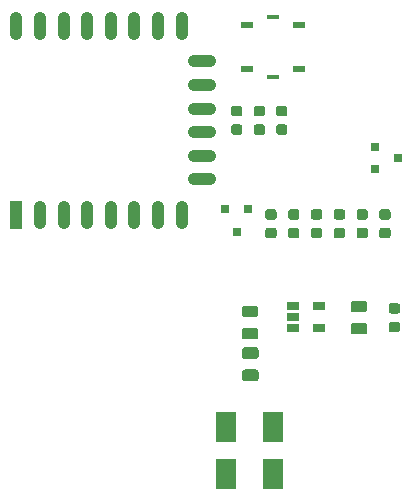
<source format=gtp>
G04 #@! TF.GenerationSoftware,KiCad,Pcbnew,(5.1.5-0-10_14)*
G04 #@! TF.CreationDate,2020-07-13T17:17:06+01:00*
G04 #@! TF.ProjectId,onyx_robot,6f6e7978-5f72-46f6-926f-742e6b696361,rev?*
G04 #@! TF.SameCoordinates,Original*
G04 #@! TF.FileFunction,Paste,Top*
G04 #@! TF.FilePolarity,Positive*
%FSLAX46Y46*%
G04 Gerber Fmt 4.6, Leading zero omitted, Abs format (unit mm)*
G04 Created by KiCad (PCBNEW (5.1.5-0-10_14)) date 2020-07-13 17:17:06*
%MOMM*%
%LPD*%
G04 APERTURE LIST*
%ADD10O,2.400000X1.100000*%
%ADD11R,1.100000X2.400000*%
%ADD12O,1.100000X2.400000*%
%ADD13C,0.100000*%
%ADD14R,1.060000X0.650000*%
%ADD15R,1.800000X2.500000*%
%ADD16R,1.000000X0.600000*%
%ADD17R,1.000000X0.450000*%
%ADD18R,0.800100X0.800100*%
G04 APERTURE END LIST*
D10*
X69725000Y-55303000D03*
X69725000Y-53303000D03*
X69725000Y-51303000D03*
X69725000Y-49303000D03*
X69725000Y-47303000D03*
X69725000Y-45303000D03*
D11*
X53975000Y-58293000D03*
D12*
X55975000Y-58293000D03*
X57975000Y-58293000D03*
X59975000Y-58293000D03*
X61975000Y-58293000D03*
X63975000Y-58293000D03*
X65975000Y-58293000D03*
X67975000Y-58293000D03*
X67975000Y-42293000D03*
X65975000Y-42293000D03*
X63975000Y-42293000D03*
X61975000Y-42293000D03*
X59975000Y-42293000D03*
X57975000Y-42293000D03*
X55975000Y-42293000D03*
X53975000Y-42293000D03*
D13*
G36*
X74241742Y-67865074D02*
G01*
X74265403Y-67868584D01*
X74288607Y-67874396D01*
X74311129Y-67882454D01*
X74332753Y-67892682D01*
X74353270Y-67904979D01*
X74372483Y-67919229D01*
X74390207Y-67935293D01*
X74406271Y-67953017D01*
X74420521Y-67972230D01*
X74432818Y-67992747D01*
X74443046Y-68014371D01*
X74451104Y-68036893D01*
X74456916Y-68060097D01*
X74460426Y-68083758D01*
X74461600Y-68107650D01*
X74461600Y-68595150D01*
X74460426Y-68619042D01*
X74456916Y-68642703D01*
X74451104Y-68665907D01*
X74443046Y-68688429D01*
X74432818Y-68710053D01*
X74420521Y-68730570D01*
X74406271Y-68749783D01*
X74390207Y-68767507D01*
X74372483Y-68783571D01*
X74353270Y-68797821D01*
X74332753Y-68810118D01*
X74311129Y-68820346D01*
X74288607Y-68828404D01*
X74265403Y-68834216D01*
X74241742Y-68837726D01*
X74217850Y-68838900D01*
X73305350Y-68838900D01*
X73281458Y-68837726D01*
X73257797Y-68834216D01*
X73234593Y-68828404D01*
X73212071Y-68820346D01*
X73190447Y-68810118D01*
X73169930Y-68797821D01*
X73150717Y-68783571D01*
X73132993Y-68767507D01*
X73116929Y-68749783D01*
X73102679Y-68730570D01*
X73090382Y-68710053D01*
X73080154Y-68688429D01*
X73072096Y-68665907D01*
X73066284Y-68642703D01*
X73062774Y-68619042D01*
X73061600Y-68595150D01*
X73061600Y-68107650D01*
X73062774Y-68083758D01*
X73066284Y-68060097D01*
X73072096Y-68036893D01*
X73080154Y-68014371D01*
X73090382Y-67992747D01*
X73102679Y-67972230D01*
X73116929Y-67953017D01*
X73132993Y-67935293D01*
X73150717Y-67919229D01*
X73169930Y-67904979D01*
X73190447Y-67892682D01*
X73212071Y-67882454D01*
X73234593Y-67874396D01*
X73257797Y-67868584D01*
X73281458Y-67865074D01*
X73305350Y-67863900D01*
X74217850Y-67863900D01*
X74241742Y-67865074D01*
G37*
G36*
X74241742Y-65990074D02*
G01*
X74265403Y-65993584D01*
X74288607Y-65999396D01*
X74311129Y-66007454D01*
X74332753Y-66017682D01*
X74353270Y-66029979D01*
X74372483Y-66044229D01*
X74390207Y-66060293D01*
X74406271Y-66078017D01*
X74420521Y-66097230D01*
X74432818Y-66117747D01*
X74443046Y-66139371D01*
X74451104Y-66161893D01*
X74456916Y-66185097D01*
X74460426Y-66208758D01*
X74461600Y-66232650D01*
X74461600Y-66720150D01*
X74460426Y-66744042D01*
X74456916Y-66767703D01*
X74451104Y-66790907D01*
X74443046Y-66813429D01*
X74432818Y-66835053D01*
X74420521Y-66855570D01*
X74406271Y-66874783D01*
X74390207Y-66892507D01*
X74372483Y-66908571D01*
X74353270Y-66922821D01*
X74332753Y-66935118D01*
X74311129Y-66945346D01*
X74288607Y-66953404D01*
X74265403Y-66959216D01*
X74241742Y-66962726D01*
X74217850Y-66963900D01*
X73305350Y-66963900D01*
X73281458Y-66962726D01*
X73257797Y-66959216D01*
X73234593Y-66953404D01*
X73212071Y-66945346D01*
X73190447Y-66935118D01*
X73169930Y-66922821D01*
X73150717Y-66908571D01*
X73132993Y-66892507D01*
X73116929Y-66874783D01*
X73102679Y-66855570D01*
X73090382Y-66835053D01*
X73080154Y-66813429D01*
X73072096Y-66790907D01*
X73066284Y-66767703D01*
X73062774Y-66744042D01*
X73061600Y-66720150D01*
X73061600Y-66232650D01*
X73062774Y-66208758D01*
X73066284Y-66185097D01*
X73072096Y-66161893D01*
X73080154Y-66139371D01*
X73090382Y-66117747D01*
X73102679Y-66097230D01*
X73116929Y-66078017D01*
X73132993Y-66060293D01*
X73150717Y-66044229D01*
X73169930Y-66029979D01*
X73190447Y-66017682D01*
X73212071Y-66007454D01*
X73234593Y-65999396D01*
X73257797Y-65993584D01*
X73281458Y-65990074D01*
X73305350Y-65988900D01*
X74217850Y-65988900D01*
X74241742Y-65990074D01*
G37*
G36*
X74267142Y-69516074D02*
G01*
X74290803Y-69519584D01*
X74314007Y-69525396D01*
X74336529Y-69533454D01*
X74358153Y-69543682D01*
X74378670Y-69555979D01*
X74397883Y-69570229D01*
X74415607Y-69586293D01*
X74431671Y-69604017D01*
X74445921Y-69623230D01*
X74458218Y-69643747D01*
X74468446Y-69665371D01*
X74476504Y-69687893D01*
X74482316Y-69711097D01*
X74485826Y-69734758D01*
X74487000Y-69758650D01*
X74487000Y-70246150D01*
X74485826Y-70270042D01*
X74482316Y-70293703D01*
X74476504Y-70316907D01*
X74468446Y-70339429D01*
X74458218Y-70361053D01*
X74445921Y-70381570D01*
X74431671Y-70400783D01*
X74415607Y-70418507D01*
X74397883Y-70434571D01*
X74378670Y-70448821D01*
X74358153Y-70461118D01*
X74336529Y-70471346D01*
X74314007Y-70479404D01*
X74290803Y-70485216D01*
X74267142Y-70488726D01*
X74243250Y-70489900D01*
X73330750Y-70489900D01*
X73306858Y-70488726D01*
X73283197Y-70485216D01*
X73259993Y-70479404D01*
X73237471Y-70471346D01*
X73215847Y-70461118D01*
X73195330Y-70448821D01*
X73176117Y-70434571D01*
X73158393Y-70418507D01*
X73142329Y-70400783D01*
X73128079Y-70381570D01*
X73115782Y-70361053D01*
X73105554Y-70339429D01*
X73097496Y-70316907D01*
X73091684Y-70293703D01*
X73088174Y-70270042D01*
X73087000Y-70246150D01*
X73087000Y-69758650D01*
X73088174Y-69734758D01*
X73091684Y-69711097D01*
X73097496Y-69687893D01*
X73105554Y-69665371D01*
X73115782Y-69643747D01*
X73128079Y-69623230D01*
X73142329Y-69604017D01*
X73158393Y-69586293D01*
X73176117Y-69570229D01*
X73195330Y-69555979D01*
X73215847Y-69543682D01*
X73237471Y-69533454D01*
X73259993Y-69525396D01*
X73283197Y-69519584D01*
X73306858Y-69516074D01*
X73330750Y-69514900D01*
X74243250Y-69514900D01*
X74267142Y-69516074D01*
G37*
G36*
X74267142Y-71391074D02*
G01*
X74290803Y-71394584D01*
X74314007Y-71400396D01*
X74336529Y-71408454D01*
X74358153Y-71418682D01*
X74378670Y-71430979D01*
X74397883Y-71445229D01*
X74415607Y-71461293D01*
X74431671Y-71479017D01*
X74445921Y-71498230D01*
X74458218Y-71518747D01*
X74468446Y-71540371D01*
X74476504Y-71562893D01*
X74482316Y-71586097D01*
X74485826Y-71609758D01*
X74487000Y-71633650D01*
X74487000Y-72121150D01*
X74485826Y-72145042D01*
X74482316Y-72168703D01*
X74476504Y-72191907D01*
X74468446Y-72214429D01*
X74458218Y-72236053D01*
X74445921Y-72256570D01*
X74431671Y-72275783D01*
X74415607Y-72293507D01*
X74397883Y-72309571D01*
X74378670Y-72323821D01*
X74358153Y-72336118D01*
X74336529Y-72346346D01*
X74314007Y-72354404D01*
X74290803Y-72360216D01*
X74267142Y-72363726D01*
X74243250Y-72364900D01*
X73330750Y-72364900D01*
X73306858Y-72363726D01*
X73283197Y-72360216D01*
X73259993Y-72354404D01*
X73237471Y-72346346D01*
X73215847Y-72336118D01*
X73195330Y-72323821D01*
X73176117Y-72309571D01*
X73158393Y-72293507D01*
X73142329Y-72275783D01*
X73128079Y-72256570D01*
X73115782Y-72236053D01*
X73105554Y-72214429D01*
X73097496Y-72191907D01*
X73091684Y-72168703D01*
X73088174Y-72145042D01*
X73087000Y-72121150D01*
X73087000Y-71633650D01*
X73088174Y-71609758D01*
X73091684Y-71586097D01*
X73097496Y-71562893D01*
X73105554Y-71540371D01*
X73115782Y-71518747D01*
X73128079Y-71498230D01*
X73142329Y-71479017D01*
X73158393Y-71461293D01*
X73176117Y-71445229D01*
X73195330Y-71430979D01*
X73215847Y-71418682D01*
X73237471Y-71408454D01*
X73259993Y-71400396D01*
X73283197Y-71394584D01*
X73306858Y-71391074D01*
X73330750Y-71389900D01*
X74243250Y-71389900D01*
X74267142Y-71391074D01*
G37*
D14*
X79610000Y-66020000D03*
X79610000Y-67920000D03*
X77410000Y-67920000D03*
X77410000Y-66970000D03*
X77410000Y-66020000D03*
D13*
G36*
X83530891Y-57826853D02*
G01*
X83552126Y-57830003D01*
X83572950Y-57835219D01*
X83593162Y-57842451D01*
X83612568Y-57851630D01*
X83630981Y-57862666D01*
X83648224Y-57875454D01*
X83664130Y-57889870D01*
X83678546Y-57905776D01*
X83691334Y-57923019D01*
X83702370Y-57941432D01*
X83711549Y-57960838D01*
X83718781Y-57981050D01*
X83723997Y-58001874D01*
X83727147Y-58023109D01*
X83728200Y-58044550D01*
X83728200Y-58482050D01*
X83727147Y-58503491D01*
X83723997Y-58524726D01*
X83718781Y-58545550D01*
X83711549Y-58565762D01*
X83702370Y-58585168D01*
X83691334Y-58603581D01*
X83678546Y-58620824D01*
X83664130Y-58636730D01*
X83648224Y-58651146D01*
X83630981Y-58663934D01*
X83612568Y-58674970D01*
X83593162Y-58684149D01*
X83572950Y-58691381D01*
X83552126Y-58696597D01*
X83530891Y-58699747D01*
X83509450Y-58700800D01*
X82996950Y-58700800D01*
X82975509Y-58699747D01*
X82954274Y-58696597D01*
X82933450Y-58691381D01*
X82913238Y-58684149D01*
X82893832Y-58674970D01*
X82875419Y-58663934D01*
X82858176Y-58651146D01*
X82842270Y-58636730D01*
X82827854Y-58620824D01*
X82815066Y-58603581D01*
X82804030Y-58585168D01*
X82794851Y-58565762D01*
X82787619Y-58545550D01*
X82782403Y-58524726D01*
X82779253Y-58503491D01*
X82778200Y-58482050D01*
X82778200Y-58044550D01*
X82779253Y-58023109D01*
X82782403Y-58001874D01*
X82787619Y-57981050D01*
X82794851Y-57960838D01*
X82804030Y-57941432D01*
X82815066Y-57923019D01*
X82827854Y-57905776D01*
X82842270Y-57889870D01*
X82858176Y-57875454D01*
X82875419Y-57862666D01*
X82893832Y-57851630D01*
X82913238Y-57842451D01*
X82933450Y-57835219D01*
X82954274Y-57830003D01*
X82975509Y-57826853D01*
X82996950Y-57825800D01*
X83509450Y-57825800D01*
X83530891Y-57826853D01*
G37*
G36*
X83530891Y-59401853D02*
G01*
X83552126Y-59405003D01*
X83572950Y-59410219D01*
X83593162Y-59417451D01*
X83612568Y-59426630D01*
X83630981Y-59437666D01*
X83648224Y-59450454D01*
X83664130Y-59464870D01*
X83678546Y-59480776D01*
X83691334Y-59498019D01*
X83702370Y-59516432D01*
X83711549Y-59535838D01*
X83718781Y-59556050D01*
X83723997Y-59576874D01*
X83727147Y-59598109D01*
X83728200Y-59619550D01*
X83728200Y-60057050D01*
X83727147Y-60078491D01*
X83723997Y-60099726D01*
X83718781Y-60120550D01*
X83711549Y-60140762D01*
X83702370Y-60160168D01*
X83691334Y-60178581D01*
X83678546Y-60195824D01*
X83664130Y-60211730D01*
X83648224Y-60226146D01*
X83630981Y-60238934D01*
X83612568Y-60249970D01*
X83593162Y-60259149D01*
X83572950Y-60266381D01*
X83552126Y-60271597D01*
X83530891Y-60274747D01*
X83509450Y-60275800D01*
X82996950Y-60275800D01*
X82975509Y-60274747D01*
X82954274Y-60271597D01*
X82933450Y-60266381D01*
X82913238Y-60259149D01*
X82893832Y-60249970D01*
X82875419Y-60238934D01*
X82858176Y-60226146D01*
X82842270Y-60211730D01*
X82827854Y-60195824D01*
X82815066Y-60178581D01*
X82804030Y-60160168D01*
X82794851Y-60140762D01*
X82787619Y-60120550D01*
X82782403Y-60099726D01*
X82779253Y-60078491D01*
X82778200Y-60057050D01*
X82778200Y-59619550D01*
X82779253Y-59598109D01*
X82782403Y-59576874D01*
X82787619Y-59556050D01*
X82794851Y-59535838D01*
X82804030Y-59516432D01*
X82815066Y-59498019D01*
X82827854Y-59480776D01*
X82842270Y-59464870D01*
X82858176Y-59450454D01*
X82875419Y-59437666D01*
X82893832Y-59426630D01*
X82913238Y-59417451D01*
X82933450Y-59410219D01*
X82954274Y-59405003D01*
X82975509Y-59401853D01*
X82996950Y-59400800D01*
X83509450Y-59400800D01*
X83530891Y-59401853D01*
G37*
G36*
X85461291Y-57826853D02*
G01*
X85482526Y-57830003D01*
X85503350Y-57835219D01*
X85523562Y-57842451D01*
X85542968Y-57851630D01*
X85561381Y-57862666D01*
X85578624Y-57875454D01*
X85594530Y-57889870D01*
X85608946Y-57905776D01*
X85621734Y-57923019D01*
X85632770Y-57941432D01*
X85641949Y-57960838D01*
X85649181Y-57981050D01*
X85654397Y-58001874D01*
X85657547Y-58023109D01*
X85658600Y-58044550D01*
X85658600Y-58482050D01*
X85657547Y-58503491D01*
X85654397Y-58524726D01*
X85649181Y-58545550D01*
X85641949Y-58565762D01*
X85632770Y-58585168D01*
X85621734Y-58603581D01*
X85608946Y-58620824D01*
X85594530Y-58636730D01*
X85578624Y-58651146D01*
X85561381Y-58663934D01*
X85542968Y-58674970D01*
X85523562Y-58684149D01*
X85503350Y-58691381D01*
X85482526Y-58696597D01*
X85461291Y-58699747D01*
X85439850Y-58700800D01*
X84927350Y-58700800D01*
X84905909Y-58699747D01*
X84884674Y-58696597D01*
X84863850Y-58691381D01*
X84843638Y-58684149D01*
X84824232Y-58674970D01*
X84805819Y-58663934D01*
X84788576Y-58651146D01*
X84772670Y-58636730D01*
X84758254Y-58620824D01*
X84745466Y-58603581D01*
X84734430Y-58585168D01*
X84725251Y-58565762D01*
X84718019Y-58545550D01*
X84712803Y-58524726D01*
X84709653Y-58503491D01*
X84708600Y-58482050D01*
X84708600Y-58044550D01*
X84709653Y-58023109D01*
X84712803Y-58001874D01*
X84718019Y-57981050D01*
X84725251Y-57960838D01*
X84734430Y-57941432D01*
X84745466Y-57923019D01*
X84758254Y-57905776D01*
X84772670Y-57889870D01*
X84788576Y-57875454D01*
X84805819Y-57862666D01*
X84824232Y-57851630D01*
X84843638Y-57842451D01*
X84863850Y-57835219D01*
X84884674Y-57830003D01*
X84905909Y-57826853D01*
X84927350Y-57825800D01*
X85439850Y-57825800D01*
X85461291Y-57826853D01*
G37*
G36*
X85461291Y-59401853D02*
G01*
X85482526Y-59405003D01*
X85503350Y-59410219D01*
X85523562Y-59417451D01*
X85542968Y-59426630D01*
X85561381Y-59437666D01*
X85578624Y-59450454D01*
X85594530Y-59464870D01*
X85608946Y-59480776D01*
X85621734Y-59498019D01*
X85632770Y-59516432D01*
X85641949Y-59535838D01*
X85649181Y-59556050D01*
X85654397Y-59576874D01*
X85657547Y-59598109D01*
X85658600Y-59619550D01*
X85658600Y-60057050D01*
X85657547Y-60078491D01*
X85654397Y-60099726D01*
X85649181Y-60120550D01*
X85641949Y-60140762D01*
X85632770Y-60160168D01*
X85621734Y-60178581D01*
X85608946Y-60195824D01*
X85594530Y-60211730D01*
X85578624Y-60226146D01*
X85561381Y-60238934D01*
X85542968Y-60249970D01*
X85523562Y-60259149D01*
X85503350Y-60266381D01*
X85482526Y-60271597D01*
X85461291Y-60274747D01*
X85439850Y-60275800D01*
X84927350Y-60275800D01*
X84905909Y-60274747D01*
X84884674Y-60271597D01*
X84863850Y-60266381D01*
X84843638Y-60259149D01*
X84824232Y-60249970D01*
X84805819Y-60238934D01*
X84788576Y-60226146D01*
X84772670Y-60211730D01*
X84758254Y-60195824D01*
X84745466Y-60178581D01*
X84734430Y-60160168D01*
X84725251Y-60140762D01*
X84718019Y-60120550D01*
X84712803Y-60099726D01*
X84709653Y-60078491D01*
X84708600Y-60057050D01*
X84708600Y-59619550D01*
X84709653Y-59598109D01*
X84712803Y-59576874D01*
X84718019Y-59556050D01*
X84725251Y-59535838D01*
X84734430Y-59516432D01*
X84745466Y-59498019D01*
X84758254Y-59480776D01*
X84772670Y-59464870D01*
X84788576Y-59450454D01*
X84805819Y-59437666D01*
X84824232Y-59426630D01*
X84843638Y-59417451D01*
X84863850Y-59410219D01*
X84884674Y-59405003D01*
X84905909Y-59401853D01*
X84927350Y-59400800D01*
X85439850Y-59400800D01*
X85461291Y-59401853D01*
G37*
G36*
X74826691Y-49068053D02*
G01*
X74847926Y-49071203D01*
X74868750Y-49076419D01*
X74888962Y-49083651D01*
X74908368Y-49092830D01*
X74926781Y-49103866D01*
X74944024Y-49116654D01*
X74959930Y-49131070D01*
X74974346Y-49146976D01*
X74987134Y-49164219D01*
X74998170Y-49182632D01*
X75007349Y-49202038D01*
X75014581Y-49222250D01*
X75019797Y-49243074D01*
X75022947Y-49264309D01*
X75024000Y-49285750D01*
X75024000Y-49723250D01*
X75022947Y-49744691D01*
X75019797Y-49765926D01*
X75014581Y-49786750D01*
X75007349Y-49806962D01*
X74998170Y-49826368D01*
X74987134Y-49844781D01*
X74974346Y-49862024D01*
X74959930Y-49877930D01*
X74944024Y-49892346D01*
X74926781Y-49905134D01*
X74908368Y-49916170D01*
X74888962Y-49925349D01*
X74868750Y-49932581D01*
X74847926Y-49937797D01*
X74826691Y-49940947D01*
X74805250Y-49942000D01*
X74292750Y-49942000D01*
X74271309Y-49940947D01*
X74250074Y-49937797D01*
X74229250Y-49932581D01*
X74209038Y-49925349D01*
X74189632Y-49916170D01*
X74171219Y-49905134D01*
X74153976Y-49892346D01*
X74138070Y-49877930D01*
X74123654Y-49862024D01*
X74110866Y-49844781D01*
X74099830Y-49826368D01*
X74090651Y-49806962D01*
X74083419Y-49786750D01*
X74078203Y-49765926D01*
X74075053Y-49744691D01*
X74074000Y-49723250D01*
X74074000Y-49285750D01*
X74075053Y-49264309D01*
X74078203Y-49243074D01*
X74083419Y-49222250D01*
X74090651Y-49202038D01*
X74099830Y-49182632D01*
X74110866Y-49164219D01*
X74123654Y-49146976D01*
X74138070Y-49131070D01*
X74153976Y-49116654D01*
X74171219Y-49103866D01*
X74189632Y-49092830D01*
X74209038Y-49083651D01*
X74229250Y-49076419D01*
X74250074Y-49071203D01*
X74271309Y-49068053D01*
X74292750Y-49067000D01*
X74805250Y-49067000D01*
X74826691Y-49068053D01*
G37*
G36*
X74826691Y-50643053D02*
G01*
X74847926Y-50646203D01*
X74868750Y-50651419D01*
X74888962Y-50658651D01*
X74908368Y-50667830D01*
X74926781Y-50678866D01*
X74944024Y-50691654D01*
X74959930Y-50706070D01*
X74974346Y-50721976D01*
X74987134Y-50739219D01*
X74998170Y-50757632D01*
X75007349Y-50777038D01*
X75014581Y-50797250D01*
X75019797Y-50818074D01*
X75022947Y-50839309D01*
X75024000Y-50860750D01*
X75024000Y-51298250D01*
X75022947Y-51319691D01*
X75019797Y-51340926D01*
X75014581Y-51361750D01*
X75007349Y-51381962D01*
X74998170Y-51401368D01*
X74987134Y-51419781D01*
X74974346Y-51437024D01*
X74959930Y-51452930D01*
X74944024Y-51467346D01*
X74926781Y-51480134D01*
X74908368Y-51491170D01*
X74888962Y-51500349D01*
X74868750Y-51507581D01*
X74847926Y-51512797D01*
X74826691Y-51515947D01*
X74805250Y-51517000D01*
X74292750Y-51517000D01*
X74271309Y-51515947D01*
X74250074Y-51512797D01*
X74229250Y-51507581D01*
X74209038Y-51500349D01*
X74189632Y-51491170D01*
X74171219Y-51480134D01*
X74153976Y-51467346D01*
X74138070Y-51452930D01*
X74123654Y-51437024D01*
X74110866Y-51419781D01*
X74099830Y-51401368D01*
X74090651Y-51381962D01*
X74083419Y-51361750D01*
X74078203Y-51340926D01*
X74075053Y-51319691D01*
X74074000Y-51298250D01*
X74074000Y-50860750D01*
X74075053Y-50839309D01*
X74078203Y-50818074D01*
X74083419Y-50797250D01*
X74090651Y-50777038D01*
X74099830Y-50757632D01*
X74110866Y-50739219D01*
X74123654Y-50721976D01*
X74138070Y-50706070D01*
X74153976Y-50691654D01*
X74171219Y-50678866D01*
X74189632Y-50667830D01*
X74209038Y-50658651D01*
X74229250Y-50651419D01*
X74250074Y-50646203D01*
X74271309Y-50643053D01*
X74292750Y-50642000D01*
X74805250Y-50642000D01*
X74826691Y-50643053D01*
G37*
G36*
X75809291Y-59401853D02*
G01*
X75830526Y-59405003D01*
X75851350Y-59410219D01*
X75871562Y-59417451D01*
X75890968Y-59426630D01*
X75909381Y-59437666D01*
X75926624Y-59450454D01*
X75942530Y-59464870D01*
X75956946Y-59480776D01*
X75969734Y-59498019D01*
X75980770Y-59516432D01*
X75989949Y-59535838D01*
X75997181Y-59556050D01*
X76002397Y-59576874D01*
X76005547Y-59598109D01*
X76006600Y-59619550D01*
X76006600Y-60057050D01*
X76005547Y-60078491D01*
X76002397Y-60099726D01*
X75997181Y-60120550D01*
X75989949Y-60140762D01*
X75980770Y-60160168D01*
X75969734Y-60178581D01*
X75956946Y-60195824D01*
X75942530Y-60211730D01*
X75926624Y-60226146D01*
X75909381Y-60238934D01*
X75890968Y-60249970D01*
X75871562Y-60259149D01*
X75851350Y-60266381D01*
X75830526Y-60271597D01*
X75809291Y-60274747D01*
X75787850Y-60275800D01*
X75275350Y-60275800D01*
X75253909Y-60274747D01*
X75232674Y-60271597D01*
X75211850Y-60266381D01*
X75191638Y-60259149D01*
X75172232Y-60249970D01*
X75153819Y-60238934D01*
X75136576Y-60226146D01*
X75120670Y-60211730D01*
X75106254Y-60195824D01*
X75093466Y-60178581D01*
X75082430Y-60160168D01*
X75073251Y-60140762D01*
X75066019Y-60120550D01*
X75060803Y-60099726D01*
X75057653Y-60078491D01*
X75056600Y-60057050D01*
X75056600Y-59619550D01*
X75057653Y-59598109D01*
X75060803Y-59576874D01*
X75066019Y-59556050D01*
X75073251Y-59535838D01*
X75082430Y-59516432D01*
X75093466Y-59498019D01*
X75106254Y-59480776D01*
X75120670Y-59464870D01*
X75136576Y-59450454D01*
X75153819Y-59437666D01*
X75172232Y-59426630D01*
X75191638Y-59417451D01*
X75211850Y-59410219D01*
X75232674Y-59405003D01*
X75253909Y-59401853D01*
X75275350Y-59400800D01*
X75787850Y-59400800D01*
X75809291Y-59401853D01*
G37*
G36*
X75809291Y-57826853D02*
G01*
X75830526Y-57830003D01*
X75851350Y-57835219D01*
X75871562Y-57842451D01*
X75890968Y-57851630D01*
X75909381Y-57862666D01*
X75926624Y-57875454D01*
X75942530Y-57889870D01*
X75956946Y-57905776D01*
X75969734Y-57923019D01*
X75980770Y-57941432D01*
X75989949Y-57960838D01*
X75997181Y-57981050D01*
X76002397Y-58001874D01*
X76005547Y-58023109D01*
X76006600Y-58044550D01*
X76006600Y-58482050D01*
X76005547Y-58503491D01*
X76002397Y-58524726D01*
X75997181Y-58545550D01*
X75989949Y-58565762D01*
X75980770Y-58585168D01*
X75969734Y-58603581D01*
X75956946Y-58620824D01*
X75942530Y-58636730D01*
X75926624Y-58651146D01*
X75909381Y-58663934D01*
X75890968Y-58674970D01*
X75871562Y-58684149D01*
X75851350Y-58691381D01*
X75830526Y-58696597D01*
X75809291Y-58699747D01*
X75787850Y-58700800D01*
X75275350Y-58700800D01*
X75253909Y-58699747D01*
X75232674Y-58696597D01*
X75211850Y-58691381D01*
X75191638Y-58684149D01*
X75172232Y-58674970D01*
X75153819Y-58663934D01*
X75136576Y-58651146D01*
X75120670Y-58636730D01*
X75106254Y-58620824D01*
X75093466Y-58603581D01*
X75082430Y-58585168D01*
X75073251Y-58565762D01*
X75066019Y-58545550D01*
X75060803Y-58524726D01*
X75057653Y-58503491D01*
X75056600Y-58482050D01*
X75056600Y-58044550D01*
X75057653Y-58023109D01*
X75060803Y-58001874D01*
X75066019Y-57981050D01*
X75073251Y-57960838D01*
X75082430Y-57941432D01*
X75093466Y-57923019D01*
X75106254Y-57905776D01*
X75120670Y-57889870D01*
X75136576Y-57875454D01*
X75153819Y-57862666D01*
X75172232Y-57851630D01*
X75191638Y-57842451D01*
X75211850Y-57835219D01*
X75232674Y-57830003D01*
X75253909Y-57826853D01*
X75275350Y-57825800D01*
X75787850Y-57825800D01*
X75809291Y-57826853D01*
G37*
G36*
X76731691Y-49068053D02*
G01*
X76752926Y-49071203D01*
X76773750Y-49076419D01*
X76793962Y-49083651D01*
X76813368Y-49092830D01*
X76831781Y-49103866D01*
X76849024Y-49116654D01*
X76864930Y-49131070D01*
X76879346Y-49146976D01*
X76892134Y-49164219D01*
X76903170Y-49182632D01*
X76912349Y-49202038D01*
X76919581Y-49222250D01*
X76924797Y-49243074D01*
X76927947Y-49264309D01*
X76929000Y-49285750D01*
X76929000Y-49723250D01*
X76927947Y-49744691D01*
X76924797Y-49765926D01*
X76919581Y-49786750D01*
X76912349Y-49806962D01*
X76903170Y-49826368D01*
X76892134Y-49844781D01*
X76879346Y-49862024D01*
X76864930Y-49877930D01*
X76849024Y-49892346D01*
X76831781Y-49905134D01*
X76813368Y-49916170D01*
X76793962Y-49925349D01*
X76773750Y-49932581D01*
X76752926Y-49937797D01*
X76731691Y-49940947D01*
X76710250Y-49942000D01*
X76197750Y-49942000D01*
X76176309Y-49940947D01*
X76155074Y-49937797D01*
X76134250Y-49932581D01*
X76114038Y-49925349D01*
X76094632Y-49916170D01*
X76076219Y-49905134D01*
X76058976Y-49892346D01*
X76043070Y-49877930D01*
X76028654Y-49862024D01*
X76015866Y-49844781D01*
X76004830Y-49826368D01*
X75995651Y-49806962D01*
X75988419Y-49786750D01*
X75983203Y-49765926D01*
X75980053Y-49744691D01*
X75979000Y-49723250D01*
X75979000Y-49285750D01*
X75980053Y-49264309D01*
X75983203Y-49243074D01*
X75988419Y-49222250D01*
X75995651Y-49202038D01*
X76004830Y-49182632D01*
X76015866Y-49164219D01*
X76028654Y-49146976D01*
X76043070Y-49131070D01*
X76058976Y-49116654D01*
X76076219Y-49103866D01*
X76094632Y-49092830D01*
X76114038Y-49083651D01*
X76134250Y-49076419D01*
X76155074Y-49071203D01*
X76176309Y-49068053D01*
X76197750Y-49067000D01*
X76710250Y-49067000D01*
X76731691Y-49068053D01*
G37*
G36*
X76731691Y-50643053D02*
G01*
X76752926Y-50646203D01*
X76773750Y-50651419D01*
X76793962Y-50658651D01*
X76813368Y-50667830D01*
X76831781Y-50678866D01*
X76849024Y-50691654D01*
X76864930Y-50706070D01*
X76879346Y-50721976D01*
X76892134Y-50739219D01*
X76903170Y-50757632D01*
X76912349Y-50777038D01*
X76919581Y-50797250D01*
X76924797Y-50818074D01*
X76927947Y-50839309D01*
X76929000Y-50860750D01*
X76929000Y-51298250D01*
X76927947Y-51319691D01*
X76924797Y-51340926D01*
X76919581Y-51361750D01*
X76912349Y-51381962D01*
X76903170Y-51401368D01*
X76892134Y-51419781D01*
X76879346Y-51437024D01*
X76864930Y-51452930D01*
X76849024Y-51467346D01*
X76831781Y-51480134D01*
X76813368Y-51491170D01*
X76793962Y-51500349D01*
X76773750Y-51507581D01*
X76752926Y-51512797D01*
X76731691Y-51515947D01*
X76710250Y-51517000D01*
X76197750Y-51517000D01*
X76176309Y-51515947D01*
X76155074Y-51512797D01*
X76134250Y-51507581D01*
X76114038Y-51500349D01*
X76094632Y-51491170D01*
X76076219Y-51480134D01*
X76058976Y-51467346D01*
X76043070Y-51452930D01*
X76028654Y-51437024D01*
X76015866Y-51419781D01*
X76004830Y-51401368D01*
X75995651Y-51381962D01*
X75988419Y-51361750D01*
X75983203Y-51340926D01*
X75980053Y-51319691D01*
X75979000Y-51298250D01*
X75979000Y-50860750D01*
X75980053Y-50839309D01*
X75983203Y-50818074D01*
X75988419Y-50797250D01*
X75995651Y-50777038D01*
X76004830Y-50757632D01*
X76015866Y-50739219D01*
X76028654Y-50721976D01*
X76043070Y-50706070D01*
X76058976Y-50691654D01*
X76076219Y-50678866D01*
X76094632Y-50667830D01*
X76114038Y-50658651D01*
X76134250Y-50651419D01*
X76155074Y-50646203D01*
X76176309Y-50643053D01*
X76197750Y-50642000D01*
X76710250Y-50642000D01*
X76731691Y-50643053D01*
G37*
G36*
X77739691Y-57826853D02*
G01*
X77760926Y-57830003D01*
X77781750Y-57835219D01*
X77801962Y-57842451D01*
X77821368Y-57851630D01*
X77839781Y-57862666D01*
X77857024Y-57875454D01*
X77872930Y-57889870D01*
X77887346Y-57905776D01*
X77900134Y-57923019D01*
X77911170Y-57941432D01*
X77920349Y-57960838D01*
X77927581Y-57981050D01*
X77932797Y-58001874D01*
X77935947Y-58023109D01*
X77937000Y-58044550D01*
X77937000Y-58482050D01*
X77935947Y-58503491D01*
X77932797Y-58524726D01*
X77927581Y-58545550D01*
X77920349Y-58565762D01*
X77911170Y-58585168D01*
X77900134Y-58603581D01*
X77887346Y-58620824D01*
X77872930Y-58636730D01*
X77857024Y-58651146D01*
X77839781Y-58663934D01*
X77821368Y-58674970D01*
X77801962Y-58684149D01*
X77781750Y-58691381D01*
X77760926Y-58696597D01*
X77739691Y-58699747D01*
X77718250Y-58700800D01*
X77205750Y-58700800D01*
X77184309Y-58699747D01*
X77163074Y-58696597D01*
X77142250Y-58691381D01*
X77122038Y-58684149D01*
X77102632Y-58674970D01*
X77084219Y-58663934D01*
X77066976Y-58651146D01*
X77051070Y-58636730D01*
X77036654Y-58620824D01*
X77023866Y-58603581D01*
X77012830Y-58585168D01*
X77003651Y-58565762D01*
X76996419Y-58545550D01*
X76991203Y-58524726D01*
X76988053Y-58503491D01*
X76987000Y-58482050D01*
X76987000Y-58044550D01*
X76988053Y-58023109D01*
X76991203Y-58001874D01*
X76996419Y-57981050D01*
X77003651Y-57960838D01*
X77012830Y-57941432D01*
X77023866Y-57923019D01*
X77036654Y-57905776D01*
X77051070Y-57889870D01*
X77066976Y-57875454D01*
X77084219Y-57862666D01*
X77102632Y-57851630D01*
X77122038Y-57842451D01*
X77142250Y-57835219D01*
X77163074Y-57830003D01*
X77184309Y-57826853D01*
X77205750Y-57825800D01*
X77718250Y-57825800D01*
X77739691Y-57826853D01*
G37*
G36*
X77739691Y-59401853D02*
G01*
X77760926Y-59405003D01*
X77781750Y-59410219D01*
X77801962Y-59417451D01*
X77821368Y-59426630D01*
X77839781Y-59437666D01*
X77857024Y-59450454D01*
X77872930Y-59464870D01*
X77887346Y-59480776D01*
X77900134Y-59498019D01*
X77911170Y-59516432D01*
X77920349Y-59535838D01*
X77927581Y-59556050D01*
X77932797Y-59576874D01*
X77935947Y-59598109D01*
X77937000Y-59619550D01*
X77937000Y-60057050D01*
X77935947Y-60078491D01*
X77932797Y-60099726D01*
X77927581Y-60120550D01*
X77920349Y-60140762D01*
X77911170Y-60160168D01*
X77900134Y-60178581D01*
X77887346Y-60195824D01*
X77872930Y-60211730D01*
X77857024Y-60226146D01*
X77839781Y-60238934D01*
X77821368Y-60249970D01*
X77801962Y-60259149D01*
X77781750Y-60266381D01*
X77760926Y-60271597D01*
X77739691Y-60274747D01*
X77718250Y-60275800D01*
X77205750Y-60275800D01*
X77184309Y-60274747D01*
X77163074Y-60271597D01*
X77142250Y-60266381D01*
X77122038Y-60259149D01*
X77102632Y-60249970D01*
X77084219Y-60238934D01*
X77066976Y-60226146D01*
X77051070Y-60211730D01*
X77036654Y-60195824D01*
X77023866Y-60178581D01*
X77012830Y-60160168D01*
X77003651Y-60140762D01*
X76996419Y-60120550D01*
X76991203Y-60099726D01*
X76988053Y-60078491D01*
X76987000Y-60057050D01*
X76987000Y-59619550D01*
X76988053Y-59598109D01*
X76991203Y-59576874D01*
X76996419Y-59556050D01*
X77003651Y-59535838D01*
X77012830Y-59516432D01*
X77023866Y-59498019D01*
X77036654Y-59480776D01*
X77051070Y-59464870D01*
X77066976Y-59450454D01*
X77084219Y-59437666D01*
X77102632Y-59426630D01*
X77122038Y-59417451D01*
X77142250Y-59410219D01*
X77163074Y-59405003D01*
X77184309Y-59401853D01*
X77205750Y-59400800D01*
X77718250Y-59400800D01*
X77739691Y-59401853D01*
G37*
G36*
X79670091Y-57826853D02*
G01*
X79691326Y-57830003D01*
X79712150Y-57835219D01*
X79732362Y-57842451D01*
X79751768Y-57851630D01*
X79770181Y-57862666D01*
X79787424Y-57875454D01*
X79803330Y-57889870D01*
X79817746Y-57905776D01*
X79830534Y-57923019D01*
X79841570Y-57941432D01*
X79850749Y-57960838D01*
X79857981Y-57981050D01*
X79863197Y-58001874D01*
X79866347Y-58023109D01*
X79867400Y-58044550D01*
X79867400Y-58482050D01*
X79866347Y-58503491D01*
X79863197Y-58524726D01*
X79857981Y-58545550D01*
X79850749Y-58565762D01*
X79841570Y-58585168D01*
X79830534Y-58603581D01*
X79817746Y-58620824D01*
X79803330Y-58636730D01*
X79787424Y-58651146D01*
X79770181Y-58663934D01*
X79751768Y-58674970D01*
X79732362Y-58684149D01*
X79712150Y-58691381D01*
X79691326Y-58696597D01*
X79670091Y-58699747D01*
X79648650Y-58700800D01*
X79136150Y-58700800D01*
X79114709Y-58699747D01*
X79093474Y-58696597D01*
X79072650Y-58691381D01*
X79052438Y-58684149D01*
X79033032Y-58674970D01*
X79014619Y-58663934D01*
X78997376Y-58651146D01*
X78981470Y-58636730D01*
X78967054Y-58620824D01*
X78954266Y-58603581D01*
X78943230Y-58585168D01*
X78934051Y-58565762D01*
X78926819Y-58545550D01*
X78921603Y-58524726D01*
X78918453Y-58503491D01*
X78917400Y-58482050D01*
X78917400Y-58044550D01*
X78918453Y-58023109D01*
X78921603Y-58001874D01*
X78926819Y-57981050D01*
X78934051Y-57960838D01*
X78943230Y-57941432D01*
X78954266Y-57923019D01*
X78967054Y-57905776D01*
X78981470Y-57889870D01*
X78997376Y-57875454D01*
X79014619Y-57862666D01*
X79033032Y-57851630D01*
X79052438Y-57842451D01*
X79072650Y-57835219D01*
X79093474Y-57830003D01*
X79114709Y-57826853D01*
X79136150Y-57825800D01*
X79648650Y-57825800D01*
X79670091Y-57826853D01*
G37*
G36*
X79670091Y-59401853D02*
G01*
X79691326Y-59405003D01*
X79712150Y-59410219D01*
X79732362Y-59417451D01*
X79751768Y-59426630D01*
X79770181Y-59437666D01*
X79787424Y-59450454D01*
X79803330Y-59464870D01*
X79817746Y-59480776D01*
X79830534Y-59498019D01*
X79841570Y-59516432D01*
X79850749Y-59535838D01*
X79857981Y-59556050D01*
X79863197Y-59576874D01*
X79866347Y-59598109D01*
X79867400Y-59619550D01*
X79867400Y-60057050D01*
X79866347Y-60078491D01*
X79863197Y-60099726D01*
X79857981Y-60120550D01*
X79850749Y-60140762D01*
X79841570Y-60160168D01*
X79830534Y-60178581D01*
X79817746Y-60195824D01*
X79803330Y-60211730D01*
X79787424Y-60226146D01*
X79770181Y-60238934D01*
X79751768Y-60249970D01*
X79732362Y-60259149D01*
X79712150Y-60266381D01*
X79691326Y-60271597D01*
X79670091Y-60274747D01*
X79648650Y-60275800D01*
X79136150Y-60275800D01*
X79114709Y-60274747D01*
X79093474Y-60271597D01*
X79072650Y-60266381D01*
X79052438Y-60259149D01*
X79033032Y-60249970D01*
X79014619Y-60238934D01*
X78997376Y-60226146D01*
X78981470Y-60211730D01*
X78967054Y-60195824D01*
X78954266Y-60178581D01*
X78943230Y-60160168D01*
X78934051Y-60140762D01*
X78926819Y-60120550D01*
X78921603Y-60099726D01*
X78918453Y-60078491D01*
X78917400Y-60057050D01*
X78917400Y-59619550D01*
X78918453Y-59598109D01*
X78921603Y-59576874D01*
X78926819Y-59556050D01*
X78934051Y-59535838D01*
X78943230Y-59516432D01*
X78954266Y-59498019D01*
X78967054Y-59480776D01*
X78981470Y-59464870D01*
X78997376Y-59450454D01*
X79014619Y-59437666D01*
X79033032Y-59426630D01*
X79052438Y-59417451D01*
X79072650Y-59410219D01*
X79093474Y-59405003D01*
X79114709Y-59401853D01*
X79136150Y-59400800D01*
X79648650Y-59400800D01*
X79670091Y-59401853D01*
G37*
G36*
X81600491Y-59401853D02*
G01*
X81621726Y-59405003D01*
X81642550Y-59410219D01*
X81662762Y-59417451D01*
X81682168Y-59426630D01*
X81700581Y-59437666D01*
X81717824Y-59450454D01*
X81733730Y-59464870D01*
X81748146Y-59480776D01*
X81760934Y-59498019D01*
X81771970Y-59516432D01*
X81781149Y-59535838D01*
X81788381Y-59556050D01*
X81793597Y-59576874D01*
X81796747Y-59598109D01*
X81797800Y-59619550D01*
X81797800Y-60057050D01*
X81796747Y-60078491D01*
X81793597Y-60099726D01*
X81788381Y-60120550D01*
X81781149Y-60140762D01*
X81771970Y-60160168D01*
X81760934Y-60178581D01*
X81748146Y-60195824D01*
X81733730Y-60211730D01*
X81717824Y-60226146D01*
X81700581Y-60238934D01*
X81682168Y-60249970D01*
X81662762Y-60259149D01*
X81642550Y-60266381D01*
X81621726Y-60271597D01*
X81600491Y-60274747D01*
X81579050Y-60275800D01*
X81066550Y-60275800D01*
X81045109Y-60274747D01*
X81023874Y-60271597D01*
X81003050Y-60266381D01*
X80982838Y-60259149D01*
X80963432Y-60249970D01*
X80945019Y-60238934D01*
X80927776Y-60226146D01*
X80911870Y-60211730D01*
X80897454Y-60195824D01*
X80884666Y-60178581D01*
X80873630Y-60160168D01*
X80864451Y-60140762D01*
X80857219Y-60120550D01*
X80852003Y-60099726D01*
X80848853Y-60078491D01*
X80847800Y-60057050D01*
X80847800Y-59619550D01*
X80848853Y-59598109D01*
X80852003Y-59576874D01*
X80857219Y-59556050D01*
X80864451Y-59535838D01*
X80873630Y-59516432D01*
X80884666Y-59498019D01*
X80897454Y-59480776D01*
X80911870Y-59464870D01*
X80927776Y-59450454D01*
X80945019Y-59437666D01*
X80963432Y-59426630D01*
X80982838Y-59417451D01*
X81003050Y-59410219D01*
X81023874Y-59405003D01*
X81045109Y-59401853D01*
X81066550Y-59400800D01*
X81579050Y-59400800D01*
X81600491Y-59401853D01*
G37*
G36*
X81600491Y-57826853D02*
G01*
X81621726Y-57830003D01*
X81642550Y-57835219D01*
X81662762Y-57842451D01*
X81682168Y-57851630D01*
X81700581Y-57862666D01*
X81717824Y-57875454D01*
X81733730Y-57889870D01*
X81748146Y-57905776D01*
X81760934Y-57923019D01*
X81771970Y-57941432D01*
X81781149Y-57960838D01*
X81788381Y-57981050D01*
X81793597Y-58001874D01*
X81796747Y-58023109D01*
X81797800Y-58044550D01*
X81797800Y-58482050D01*
X81796747Y-58503491D01*
X81793597Y-58524726D01*
X81788381Y-58545550D01*
X81781149Y-58565762D01*
X81771970Y-58585168D01*
X81760934Y-58603581D01*
X81748146Y-58620824D01*
X81733730Y-58636730D01*
X81717824Y-58651146D01*
X81700581Y-58663934D01*
X81682168Y-58674970D01*
X81662762Y-58684149D01*
X81642550Y-58691381D01*
X81621726Y-58696597D01*
X81600491Y-58699747D01*
X81579050Y-58700800D01*
X81066550Y-58700800D01*
X81045109Y-58699747D01*
X81023874Y-58696597D01*
X81003050Y-58691381D01*
X80982838Y-58684149D01*
X80963432Y-58674970D01*
X80945019Y-58663934D01*
X80927776Y-58651146D01*
X80911870Y-58636730D01*
X80897454Y-58620824D01*
X80884666Y-58603581D01*
X80873630Y-58585168D01*
X80864451Y-58565762D01*
X80857219Y-58545550D01*
X80852003Y-58524726D01*
X80848853Y-58503491D01*
X80847800Y-58482050D01*
X80847800Y-58044550D01*
X80848853Y-58023109D01*
X80852003Y-58001874D01*
X80857219Y-57981050D01*
X80864451Y-57960838D01*
X80873630Y-57941432D01*
X80884666Y-57923019D01*
X80897454Y-57905776D01*
X80911870Y-57889870D01*
X80927776Y-57875454D01*
X80945019Y-57862666D01*
X80963432Y-57851630D01*
X80982838Y-57842451D01*
X81003050Y-57835219D01*
X81023874Y-57830003D01*
X81045109Y-57826853D01*
X81066550Y-57825800D01*
X81579050Y-57825800D01*
X81600491Y-57826853D01*
G37*
G36*
X86256691Y-65781353D02*
G01*
X86277926Y-65784503D01*
X86298750Y-65789719D01*
X86318962Y-65796951D01*
X86338368Y-65806130D01*
X86356781Y-65817166D01*
X86374024Y-65829954D01*
X86389930Y-65844370D01*
X86404346Y-65860276D01*
X86417134Y-65877519D01*
X86428170Y-65895932D01*
X86437349Y-65915338D01*
X86444581Y-65935550D01*
X86449797Y-65956374D01*
X86452947Y-65977609D01*
X86454000Y-65999050D01*
X86454000Y-66436550D01*
X86452947Y-66457991D01*
X86449797Y-66479226D01*
X86444581Y-66500050D01*
X86437349Y-66520262D01*
X86428170Y-66539668D01*
X86417134Y-66558081D01*
X86404346Y-66575324D01*
X86389930Y-66591230D01*
X86374024Y-66605646D01*
X86356781Y-66618434D01*
X86338368Y-66629470D01*
X86318962Y-66638649D01*
X86298750Y-66645881D01*
X86277926Y-66651097D01*
X86256691Y-66654247D01*
X86235250Y-66655300D01*
X85722750Y-66655300D01*
X85701309Y-66654247D01*
X85680074Y-66651097D01*
X85659250Y-66645881D01*
X85639038Y-66638649D01*
X85619632Y-66629470D01*
X85601219Y-66618434D01*
X85583976Y-66605646D01*
X85568070Y-66591230D01*
X85553654Y-66575324D01*
X85540866Y-66558081D01*
X85529830Y-66539668D01*
X85520651Y-66520262D01*
X85513419Y-66500050D01*
X85508203Y-66479226D01*
X85505053Y-66457991D01*
X85504000Y-66436550D01*
X85504000Y-65999050D01*
X85505053Y-65977609D01*
X85508203Y-65956374D01*
X85513419Y-65935550D01*
X85520651Y-65915338D01*
X85529830Y-65895932D01*
X85540866Y-65877519D01*
X85553654Y-65860276D01*
X85568070Y-65844370D01*
X85583976Y-65829954D01*
X85601219Y-65817166D01*
X85619632Y-65806130D01*
X85639038Y-65796951D01*
X85659250Y-65789719D01*
X85680074Y-65784503D01*
X85701309Y-65781353D01*
X85722750Y-65780300D01*
X86235250Y-65780300D01*
X86256691Y-65781353D01*
G37*
G36*
X86256691Y-67356353D02*
G01*
X86277926Y-67359503D01*
X86298750Y-67364719D01*
X86318962Y-67371951D01*
X86338368Y-67381130D01*
X86356781Y-67392166D01*
X86374024Y-67404954D01*
X86389930Y-67419370D01*
X86404346Y-67435276D01*
X86417134Y-67452519D01*
X86428170Y-67470932D01*
X86437349Y-67490338D01*
X86444581Y-67510550D01*
X86449797Y-67531374D01*
X86452947Y-67552609D01*
X86454000Y-67574050D01*
X86454000Y-68011550D01*
X86452947Y-68032991D01*
X86449797Y-68054226D01*
X86444581Y-68075050D01*
X86437349Y-68095262D01*
X86428170Y-68114668D01*
X86417134Y-68133081D01*
X86404346Y-68150324D01*
X86389930Y-68166230D01*
X86374024Y-68180646D01*
X86356781Y-68193434D01*
X86338368Y-68204470D01*
X86318962Y-68213649D01*
X86298750Y-68220881D01*
X86277926Y-68226097D01*
X86256691Y-68229247D01*
X86235250Y-68230300D01*
X85722750Y-68230300D01*
X85701309Y-68229247D01*
X85680074Y-68226097D01*
X85659250Y-68220881D01*
X85639038Y-68213649D01*
X85619632Y-68204470D01*
X85601219Y-68193434D01*
X85583976Y-68180646D01*
X85568070Y-68166230D01*
X85553654Y-68150324D01*
X85540866Y-68133081D01*
X85529830Y-68114668D01*
X85520651Y-68095262D01*
X85513419Y-68075050D01*
X85508203Y-68054226D01*
X85505053Y-68032991D01*
X85504000Y-68011550D01*
X85504000Y-67574050D01*
X85505053Y-67552609D01*
X85508203Y-67531374D01*
X85513419Y-67510550D01*
X85520651Y-67490338D01*
X85529830Y-67470932D01*
X85540866Y-67452519D01*
X85553654Y-67435276D01*
X85568070Y-67419370D01*
X85583976Y-67404954D01*
X85601219Y-67392166D01*
X85619632Y-67381130D01*
X85639038Y-67371951D01*
X85659250Y-67364719D01*
X85680074Y-67359503D01*
X85701309Y-67356353D01*
X85722750Y-67355300D01*
X86235250Y-67355300D01*
X86256691Y-67356353D01*
G37*
D15*
X71729600Y-76264000D03*
X71729600Y-80264000D03*
X75692000Y-76264000D03*
X75692000Y-80264000D03*
D13*
G36*
X72921691Y-49068053D02*
G01*
X72942926Y-49071203D01*
X72963750Y-49076419D01*
X72983962Y-49083651D01*
X73003368Y-49092830D01*
X73021781Y-49103866D01*
X73039024Y-49116654D01*
X73054930Y-49131070D01*
X73069346Y-49146976D01*
X73082134Y-49164219D01*
X73093170Y-49182632D01*
X73102349Y-49202038D01*
X73109581Y-49222250D01*
X73114797Y-49243074D01*
X73117947Y-49264309D01*
X73119000Y-49285750D01*
X73119000Y-49723250D01*
X73117947Y-49744691D01*
X73114797Y-49765926D01*
X73109581Y-49786750D01*
X73102349Y-49806962D01*
X73093170Y-49826368D01*
X73082134Y-49844781D01*
X73069346Y-49862024D01*
X73054930Y-49877930D01*
X73039024Y-49892346D01*
X73021781Y-49905134D01*
X73003368Y-49916170D01*
X72983962Y-49925349D01*
X72963750Y-49932581D01*
X72942926Y-49937797D01*
X72921691Y-49940947D01*
X72900250Y-49942000D01*
X72387750Y-49942000D01*
X72366309Y-49940947D01*
X72345074Y-49937797D01*
X72324250Y-49932581D01*
X72304038Y-49925349D01*
X72284632Y-49916170D01*
X72266219Y-49905134D01*
X72248976Y-49892346D01*
X72233070Y-49877930D01*
X72218654Y-49862024D01*
X72205866Y-49844781D01*
X72194830Y-49826368D01*
X72185651Y-49806962D01*
X72178419Y-49786750D01*
X72173203Y-49765926D01*
X72170053Y-49744691D01*
X72169000Y-49723250D01*
X72169000Y-49285750D01*
X72170053Y-49264309D01*
X72173203Y-49243074D01*
X72178419Y-49222250D01*
X72185651Y-49202038D01*
X72194830Y-49182632D01*
X72205866Y-49164219D01*
X72218654Y-49146976D01*
X72233070Y-49131070D01*
X72248976Y-49116654D01*
X72266219Y-49103866D01*
X72284632Y-49092830D01*
X72304038Y-49083651D01*
X72324250Y-49076419D01*
X72345074Y-49071203D01*
X72366309Y-49068053D01*
X72387750Y-49067000D01*
X72900250Y-49067000D01*
X72921691Y-49068053D01*
G37*
G36*
X72921691Y-50643053D02*
G01*
X72942926Y-50646203D01*
X72963750Y-50651419D01*
X72983962Y-50658651D01*
X73003368Y-50667830D01*
X73021781Y-50678866D01*
X73039024Y-50691654D01*
X73054930Y-50706070D01*
X73069346Y-50721976D01*
X73082134Y-50739219D01*
X73093170Y-50757632D01*
X73102349Y-50777038D01*
X73109581Y-50797250D01*
X73114797Y-50818074D01*
X73117947Y-50839309D01*
X73119000Y-50860750D01*
X73119000Y-51298250D01*
X73117947Y-51319691D01*
X73114797Y-51340926D01*
X73109581Y-51361750D01*
X73102349Y-51381962D01*
X73093170Y-51401368D01*
X73082134Y-51419781D01*
X73069346Y-51437024D01*
X73054930Y-51452930D01*
X73039024Y-51467346D01*
X73021781Y-51480134D01*
X73003368Y-51491170D01*
X72983962Y-51500349D01*
X72963750Y-51507581D01*
X72942926Y-51512797D01*
X72921691Y-51515947D01*
X72900250Y-51517000D01*
X72387750Y-51517000D01*
X72366309Y-51515947D01*
X72345074Y-51512797D01*
X72324250Y-51507581D01*
X72304038Y-51500349D01*
X72284632Y-51491170D01*
X72266219Y-51480134D01*
X72248976Y-51467346D01*
X72233070Y-51452930D01*
X72218654Y-51437024D01*
X72205866Y-51419781D01*
X72194830Y-51401368D01*
X72185651Y-51381962D01*
X72178419Y-51361750D01*
X72173203Y-51340926D01*
X72170053Y-51319691D01*
X72169000Y-51298250D01*
X72169000Y-50860750D01*
X72170053Y-50839309D01*
X72173203Y-50818074D01*
X72178419Y-50797250D01*
X72185651Y-50777038D01*
X72194830Y-50757632D01*
X72205866Y-50739219D01*
X72218654Y-50721976D01*
X72233070Y-50706070D01*
X72248976Y-50691654D01*
X72266219Y-50678866D01*
X72284632Y-50667830D01*
X72304038Y-50658651D01*
X72324250Y-50651419D01*
X72345074Y-50646203D01*
X72366309Y-50643053D01*
X72387750Y-50642000D01*
X72900250Y-50642000D01*
X72921691Y-50643053D01*
G37*
G36*
X83460142Y-67443674D02*
G01*
X83483803Y-67447184D01*
X83507007Y-67452996D01*
X83529529Y-67461054D01*
X83551153Y-67471282D01*
X83571670Y-67483579D01*
X83590883Y-67497829D01*
X83608607Y-67513893D01*
X83624671Y-67531617D01*
X83638921Y-67550830D01*
X83651218Y-67571347D01*
X83661446Y-67592971D01*
X83669504Y-67615493D01*
X83675316Y-67638697D01*
X83678826Y-67662358D01*
X83680000Y-67686250D01*
X83680000Y-68173750D01*
X83678826Y-68197642D01*
X83675316Y-68221303D01*
X83669504Y-68244507D01*
X83661446Y-68267029D01*
X83651218Y-68288653D01*
X83638921Y-68309170D01*
X83624671Y-68328383D01*
X83608607Y-68346107D01*
X83590883Y-68362171D01*
X83571670Y-68376421D01*
X83551153Y-68388718D01*
X83529529Y-68398946D01*
X83507007Y-68407004D01*
X83483803Y-68412816D01*
X83460142Y-68416326D01*
X83436250Y-68417500D01*
X82523750Y-68417500D01*
X82499858Y-68416326D01*
X82476197Y-68412816D01*
X82452993Y-68407004D01*
X82430471Y-68398946D01*
X82408847Y-68388718D01*
X82388330Y-68376421D01*
X82369117Y-68362171D01*
X82351393Y-68346107D01*
X82335329Y-68328383D01*
X82321079Y-68309170D01*
X82308782Y-68288653D01*
X82298554Y-68267029D01*
X82290496Y-68244507D01*
X82284684Y-68221303D01*
X82281174Y-68197642D01*
X82280000Y-68173750D01*
X82280000Y-67686250D01*
X82281174Y-67662358D01*
X82284684Y-67638697D01*
X82290496Y-67615493D01*
X82298554Y-67592971D01*
X82308782Y-67571347D01*
X82321079Y-67550830D01*
X82335329Y-67531617D01*
X82351393Y-67513893D01*
X82369117Y-67497829D01*
X82388330Y-67483579D01*
X82408847Y-67471282D01*
X82430471Y-67461054D01*
X82452993Y-67452996D01*
X82476197Y-67447184D01*
X82499858Y-67443674D01*
X82523750Y-67442500D01*
X83436250Y-67442500D01*
X83460142Y-67443674D01*
G37*
G36*
X83460142Y-65568674D02*
G01*
X83483803Y-65572184D01*
X83507007Y-65577996D01*
X83529529Y-65586054D01*
X83551153Y-65596282D01*
X83571670Y-65608579D01*
X83590883Y-65622829D01*
X83608607Y-65638893D01*
X83624671Y-65656617D01*
X83638921Y-65675830D01*
X83651218Y-65696347D01*
X83661446Y-65717971D01*
X83669504Y-65740493D01*
X83675316Y-65763697D01*
X83678826Y-65787358D01*
X83680000Y-65811250D01*
X83680000Y-66298750D01*
X83678826Y-66322642D01*
X83675316Y-66346303D01*
X83669504Y-66369507D01*
X83661446Y-66392029D01*
X83651218Y-66413653D01*
X83638921Y-66434170D01*
X83624671Y-66453383D01*
X83608607Y-66471107D01*
X83590883Y-66487171D01*
X83571670Y-66501421D01*
X83551153Y-66513718D01*
X83529529Y-66523946D01*
X83507007Y-66532004D01*
X83483803Y-66537816D01*
X83460142Y-66541326D01*
X83436250Y-66542500D01*
X82523750Y-66542500D01*
X82499858Y-66541326D01*
X82476197Y-66537816D01*
X82452993Y-66532004D01*
X82430471Y-66523946D01*
X82408847Y-66513718D01*
X82388330Y-66501421D01*
X82369117Y-66487171D01*
X82351393Y-66471107D01*
X82335329Y-66453383D01*
X82321079Y-66434170D01*
X82308782Y-66413653D01*
X82298554Y-66392029D01*
X82290496Y-66369507D01*
X82284684Y-66346303D01*
X82281174Y-66322642D01*
X82280000Y-66298750D01*
X82280000Y-65811250D01*
X82281174Y-65787358D01*
X82284684Y-65763697D01*
X82290496Y-65740493D01*
X82298554Y-65717971D01*
X82308782Y-65696347D01*
X82321079Y-65675830D01*
X82335329Y-65656617D01*
X82351393Y-65638893D01*
X82369117Y-65622829D01*
X82388330Y-65608579D01*
X82408847Y-65596282D01*
X82430471Y-65586054D01*
X82452993Y-65577996D01*
X82476197Y-65572184D01*
X82499858Y-65568674D01*
X82523750Y-65567500D01*
X83436250Y-65567500D01*
X83460142Y-65568674D01*
G37*
D16*
X73492000Y-45919000D03*
X73492000Y-42219000D03*
X77892000Y-45919000D03*
X77892000Y-42219000D03*
D17*
X75692000Y-46594000D03*
X75692000Y-41544000D03*
D18*
X73573300Y-57765560D03*
X71673300Y-57765560D03*
X72623300Y-59764540D03*
X84309840Y-52538200D03*
X84309840Y-54438200D03*
X86308820Y-53488200D03*
M02*

</source>
